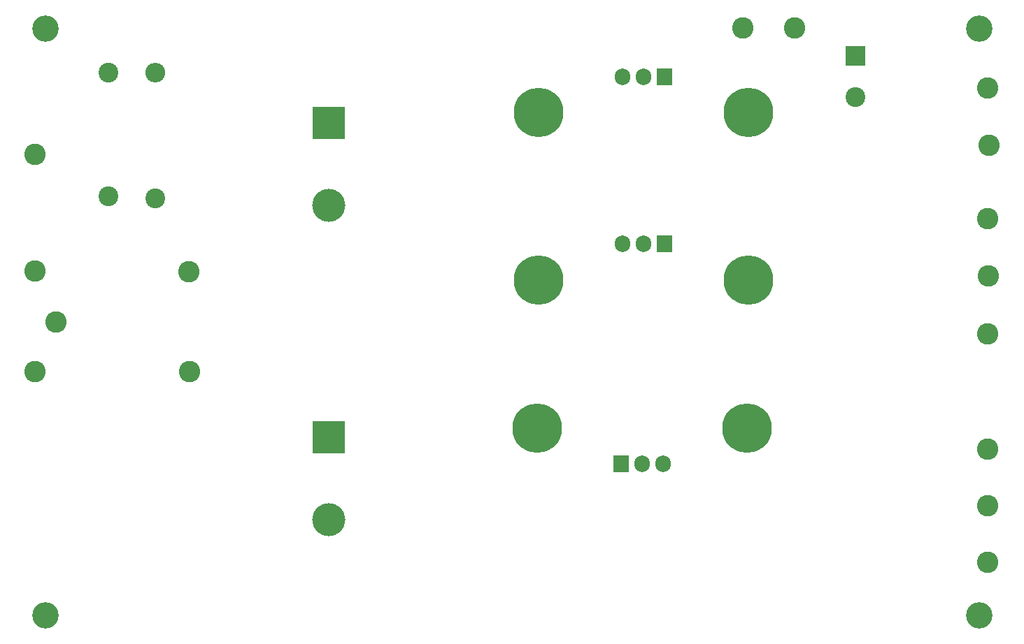
<source format=gbr>
G04 #@! TF.GenerationSoftware,KiCad,Pcbnew,(5.1.9-0-10_14)*
G04 #@! TF.CreationDate,2021-05-02T16:07:57+02:00*
G04 #@! TF.ProjectId,dac-psu,6461632d-7073-4752-9e6b-696361645f70,rev?*
G04 #@! TF.SameCoordinates,Original*
G04 #@! TF.FileFunction,Soldermask,Bot*
G04 #@! TF.FilePolarity,Negative*
%FSLAX46Y46*%
G04 Gerber Fmt 4.6, Leading zero omitted, Abs format (unit mm)*
G04 Created by KiCad (PCBNEW (5.1.9-0-10_14)) date 2021-05-02 16:07:57*
%MOMM*%
%LPD*%
G01*
G04 APERTURE LIST*
%ADD10C,2.600000*%
%ADD11O,2.400000X2.400000*%
%ADD12C,2.400000*%
%ADD13C,4.000000*%
%ADD14R,4.000000X4.000000*%
%ADD15O,1.905000X2.000000*%
%ADD16R,1.905000X2.000000*%
%ADD17C,6.000000*%
%ADD18C,3.200000*%
%ADD19R,2.400000X2.400000*%
G04 APERTURE END LIST*
D10*
X116459000Y-96139000D03*
X116395500Y-84074000D03*
D11*
X112331500Y-59944000D03*
D12*
X112331500Y-75184000D03*
D10*
X97790000Y-69850000D03*
D12*
X106680000Y-59930000D03*
X106680000Y-74930000D03*
D13*
X133350000Y-114140000D03*
D14*
X133350000Y-104140000D03*
D13*
X133350000Y-76040000D03*
D14*
X133350000Y-66040000D03*
D15*
X173799500Y-107378500D03*
X171259500Y-107378500D03*
D16*
X168719500Y-107378500D03*
D15*
X168910000Y-80708500D03*
X171450000Y-80708500D03*
D16*
X173990000Y-80708500D03*
D15*
X168910000Y-60452000D03*
X171450000Y-60452000D03*
D16*
X173990000Y-60452000D03*
D10*
X213233000Y-68770500D03*
X213106000Y-61785500D03*
X183451500Y-54483000D03*
X189738000Y-54483000D03*
X213106000Y-91630500D03*
X213169500Y-84582000D03*
X213106000Y-77660500D03*
X213106000Y-119316500D03*
X213106000Y-112395000D03*
X213106000Y-105600500D03*
X97790000Y-96139000D03*
X100330000Y-90170000D03*
X97790000Y-84010500D03*
D17*
X158559500Y-102997000D03*
X183959500Y-102997000D03*
X158750000Y-85090000D03*
X184150000Y-85090000D03*
X184150000Y-64770000D03*
X158750000Y-64770000D03*
D18*
X99060000Y-125730000D03*
X212090000Y-125730000D03*
X212090000Y-54610000D03*
X99060000Y-54610000D03*
D12*
X197104000Y-62912000D03*
D19*
X197104000Y-57912000D03*
M02*

</source>
